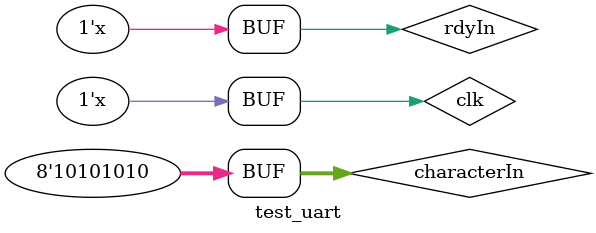
<source format=v>
`timescale 1ns / 1ps

module test_uart;
reg [7:0] characterIn;
reg rdyIn;
wire tx;
reg clk = 0;

uartOutput uartOutput(
	.tx(tx),
	.character(characterIn),
	.inputReady(rdyIn),
	.clk(clk)
);

wire [7:0] characterOut;
wire rdyOut;

uartInput uartInput(
	.character(characterOut),
	.outputReady(rdyOut),
	.rx(tx),
	.clk(clk)
);

initial begin
	rdyIn = 1'bz;
	characterIn = 8'b000000000;
	#50000
	rdyIn = 1;
	
	#50000
	rdyIn = 1'bz;
	
	#5000000
	characterIn = 8'b10101010;
	#50000
	rdyIn = 1;
	
	#50000
	rdyIn = 1'bz;
end

always #5 clk = ~clk;

endmodule

</source>
